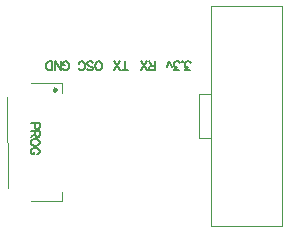
<source format=gto>
G04*
G04 #@! TF.GenerationSoftware,Altium Limited,Altium Designer,23.4.1 (23)*
G04*
G04 Layer_Color=65535*
%FSLAX25Y25*%
%MOIN*%
G70*
G04*
G04 #@! TF.SameCoordinates,994BBBC9-EF8B-4D44-965E-D27BE21E36CE*
G04*
G04*
G04 #@! TF.FilePolarity,Positive*
G04*
G01*
G75*
%ADD10C,0.00984*%
%ADD11C,0.00400*%
%ADD12C,0.00600*%
D10*
X181303Y206442D02*
G03*
X181293Y206442I-5J492D01*
G01*
D11*
X183684Y206014D02*
Y209128D01*
Y169769D02*
Y172907D01*
X173262Y169769D02*
X183684D01*
X173262Y209128D02*
X183684D01*
X165389Y204548D02*
X165421Y174390D01*
X256844Y161603D02*
Y234832D01*
X233222Y161603D02*
Y234832D01*
X229285Y190934D02*
Y205501D01*
X233222D01*
X229285Y190934D02*
X233222D01*
Y234832D02*
X256844D01*
X233222Y161603D02*
X256844D01*
D12*
X174528Y195900D02*
Y194615D01*
X174671Y194186D01*
X174814Y194043D01*
X175100Y193900D01*
X175528D01*
X175814Y194043D01*
X175956Y194186D01*
X176099Y194615D01*
Y195900D01*
X173100D01*
X176099Y193229D02*
X173100D01*
X176099D02*
Y191944D01*
X175956Y191515D01*
X175814Y191372D01*
X175528Y191230D01*
X175242D01*
X174957Y191372D01*
X174814Y191515D01*
X174671Y191944D01*
Y193229D01*
Y192229D02*
X173100Y191230D01*
X176099Y189701D02*
X175956Y189987D01*
X175671Y190273D01*
X175385Y190416D01*
X174957Y190558D01*
X174243D01*
X173814Y190416D01*
X173529Y190273D01*
X173243Y189987D01*
X173100Y189701D01*
Y189130D01*
X173243Y188844D01*
X173529Y188559D01*
X173814Y188416D01*
X174243Y188273D01*
X174957D01*
X175385Y188416D01*
X175671Y188559D01*
X175956Y188844D01*
X176099Y189130D01*
Y189701D01*
X175385Y185431D02*
X175671Y185574D01*
X175956Y185859D01*
X176099Y186145D01*
Y186716D01*
X175956Y187002D01*
X175671Y187288D01*
X175385Y187430D01*
X174957Y187573D01*
X174243D01*
X173814Y187430D01*
X173529Y187288D01*
X173243Y187002D01*
X173100Y186716D01*
Y186145D01*
X173243Y185859D01*
X173529Y185574D01*
X173814Y185431D01*
X174243D01*
Y186145D02*
Y185431D01*
X214400Y213401D02*
Y216400D01*
Y213401D02*
X213115D01*
X212686Y213544D01*
X212543Y213686D01*
X212400Y213972D01*
Y214258D01*
X212543Y214543D01*
X212686Y214686D01*
X213115Y214829D01*
X214400D01*
X213400D02*
X212400Y216400D01*
X211729Y213401D02*
X209730Y216400D01*
Y213401D02*
X211729Y216400D01*
X204400Y213401D02*
Y216400D01*
X205400Y213401D02*
X203400D01*
X203043D02*
X201044Y216400D01*
Y213401D02*
X203043Y216400D01*
X196043Y213401D02*
X196329Y213544D01*
X196614Y213829D01*
X196757Y214115D01*
X196900Y214543D01*
Y215257D01*
X196757Y215686D01*
X196614Y215971D01*
X196329Y216257D01*
X196043Y216400D01*
X195472D01*
X195186Y216257D01*
X194900Y215971D01*
X194758Y215686D01*
X194615Y215257D01*
Y214543D01*
X194758Y214115D01*
X194900Y213829D01*
X195186Y213544D01*
X195472Y213401D01*
X196043D01*
X191915Y213829D02*
X192201Y213544D01*
X192630Y213401D01*
X193201D01*
X193629Y213544D01*
X193915Y213829D01*
Y214115D01*
X193772Y214400D01*
X193629Y214543D01*
X193344Y214686D01*
X192487Y214972D01*
X192201Y215115D01*
X192058Y215257D01*
X191915Y215543D01*
Y215971D01*
X192201Y216257D01*
X192630Y216400D01*
X193201D01*
X193629Y216257D01*
X193915Y215971D01*
X189102Y214115D02*
X189244Y213829D01*
X189530Y213544D01*
X189816Y213401D01*
X190387D01*
X190673Y213544D01*
X190958Y213829D01*
X191101Y214115D01*
X191244Y214543D01*
Y215257D01*
X191101Y215686D01*
X190958Y215971D01*
X190673Y216257D01*
X190387Y216400D01*
X189816D01*
X189530Y216257D01*
X189244Y215971D01*
X189102Y215686D01*
X183758Y214115D02*
X183900Y213829D01*
X184186Y213544D01*
X184472Y213401D01*
X185043D01*
X185329Y213544D01*
X185614Y213829D01*
X185757Y214115D01*
X185900Y214543D01*
Y215257D01*
X185757Y215686D01*
X185614Y215971D01*
X185329Y216257D01*
X185043Y216400D01*
X184472D01*
X184186Y216257D01*
X183900Y215971D01*
X183758Y215686D01*
Y215257D01*
X184472D02*
X183758D01*
X183072Y213401D02*
Y216400D01*
Y213401D02*
X181072Y216400D01*
Y213401D02*
Y216400D01*
X180244Y213401D02*
Y216400D01*
Y213401D02*
X179244D01*
X178816Y213544D01*
X178530Y213829D01*
X178387Y214115D01*
X178244Y214543D01*
Y215257D01*
X178387Y215686D01*
X178530Y215971D01*
X178816Y216257D01*
X179244Y216400D01*
X180244D01*
X226114Y213401D02*
X224543D01*
X225400Y214543D01*
X224972D01*
X224686Y214686D01*
X224543Y214829D01*
X224400Y215257D01*
Y215543D01*
X224543Y215971D01*
X224829Y216257D01*
X225257Y216400D01*
X225686D01*
X226114Y216257D01*
X226257Y216114D01*
X226400Y215829D01*
X223586Y216114D02*
X223729Y216257D01*
X223586Y216400D01*
X223444Y216257D01*
X223586Y216114D01*
X222501Y213401D02*
X220930D01*
X221787Y214543D01*
X221358D01*
X221073Y214686D01*
X220930Y214829D01*
X220787Y215257D01*
Y215543D01*
X220930Y215971D01*
X221215Y216257D01*
X221644Y216400D01*
X222072D01*
X222501Y216257D01*
X222644Y216114D01*
X222786Y215829D01*
X220116Y214400D02*
X219259Y216400D01*
X218402Y214400D02*
X219259Y216400D01*
M02*

</source>
